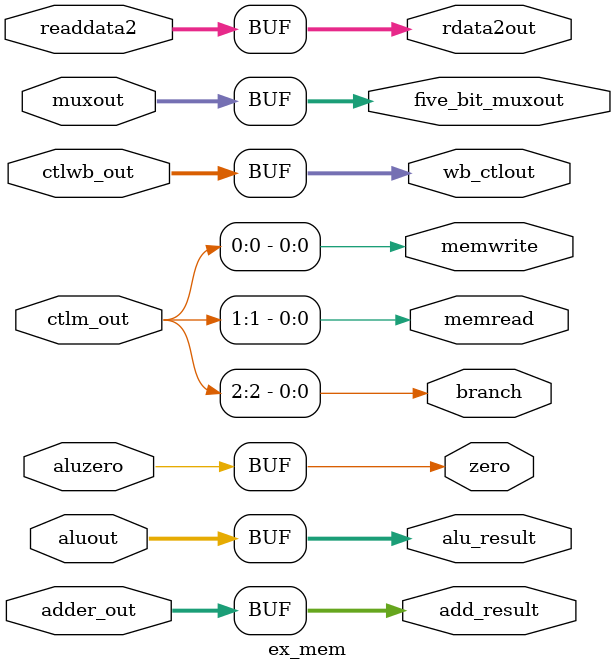
<source format=v>
`timescale 1ns / 1ps

module ex_mem(
    input wire [1:0] ctlwb_out,
    input wire [2:0] ctlm_out,
    input wire [31:0] adder_out,
    input wire aluzero,
    input wire [31:0] aluout, readdata2,
    input wire [4:0] muxout,
    output reg [1:0] wb_ctlout,
    output reg branch, memread, memwrite,
    output reg [31:0] add_result,
    output reg zero,
    output reg [31:0] alu_result, rdata2out,
    output reg [4:0] five_bit_muxout
  );
  
  initial begin
    wb_ctlout <= 0;
    branch <= 0; memread <= 0; memwrite <= 0;
    add_result <= 0;
    zero <= 0;
    alu_result <= 0; rdata2out <= 0;
    five_bit_muxout <= 0;
  end
  
  always @ * begin
    #1 // Update Delay
    
    // Use FIg 3.7 to assign the inputs to the outputs
    wb_ctlout <= ctlwb_out;
    branch <= ctlm_out[2];
    memread <= ctlm_out[1];
    memwrite <= ctlm_out[0];
    
    add_result <= adder_out;
    zero <= aluzero;
    alu_result <= aluout;
    rdata2out <= readdata2;
    five_bit_muxout <= muxout;
   end
  
endmodule // ex_mem
</source>
